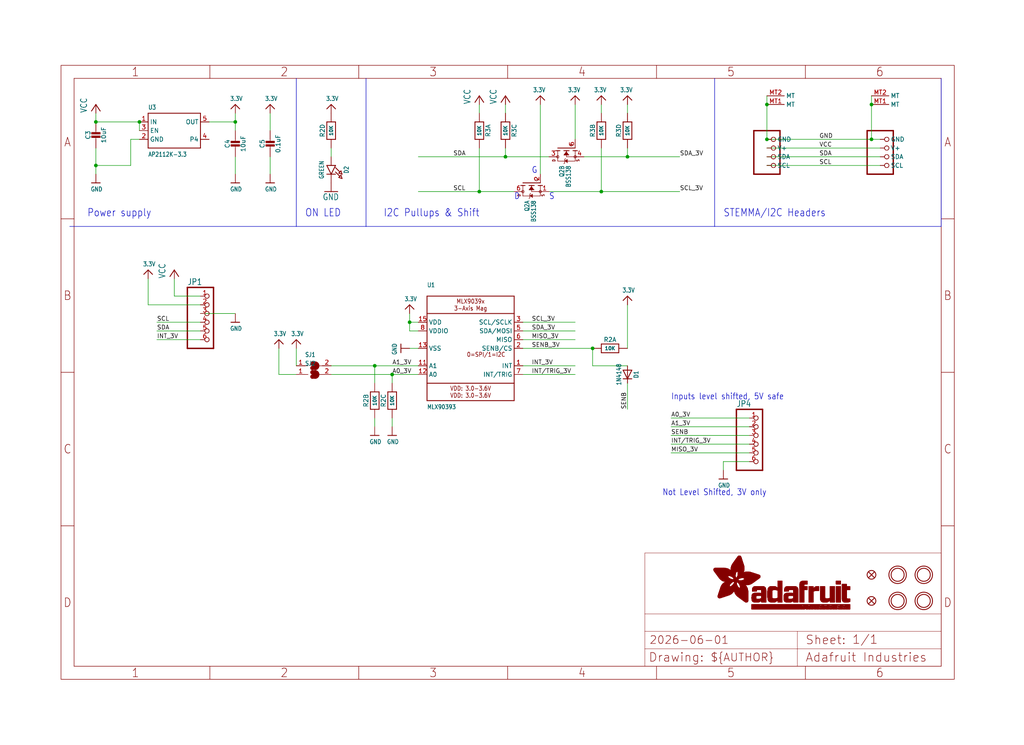
<source format=kicad_sch>
(kicad_sch (version 20230121) (generator eeschema)
  (paper "User" 298.45 217.322)
  (lib_symbols
    (symbol "working-eagle-import:3.3V" (power)
      (property "Value" "3.3V" (at -1.524 1.016 0))
      (symbol "3.3V_1_0"
        (pin power_in line (at 0 -2.54 90) (length 2.54) (name "3.3V") (number "1"))
      )
    )
    (symbol "working-eagle-import:CAP_CERAMIC0603_NO"
      (property "Reference" "C" (at -2.29 1.25 90))
      (symbol "CAP_CERAMIC0603_NO_1_0"
        (pin passive line (at 0 5.08 270) (length 2.54) (name "1") (number "1"))
        (pin passive line (at 0 -2.54 90) (length 2.54) (name "2") (number "2"))
      )
    )
    (symbol "working-eagle-import:CAP_CERAMIC0805-NOOUTLINE"
      (property "Reference" "C" (at -2.29 1.25 90))
      (symbol "CAP_CERAMIC0805-NOOUTLINE_1_0"
        (pin passive line (at 0 5.08 270) (length 2.54) (name "1") (number "1"))
        (pin passive line (at 0 -2.54 90) (length 2.54) (name "2") (number "2"))
      )
    )
    (symbol "working-eagle-import:DIODE_SOD323MINI"
      (property "Reference" "D" (at 0 2.54 0))
      (symbol "DIODE_SOD323MINI_1_0"
        (pin passive line (at -2.54 0 0) (length 2.54) (name "A") (number "A"))
        (pin passive line (at 2.54 0 180) (length 2.54) (name "C") (number "C"))
      )
    )
    (symbol "working-eagle-import:FIDUCIAL_1MM")
    (symbol "working-eagle-import:FRAME_A4_ADAFRUIT"
      (symbol "FRAME_A4_ADAFRUIT_1_0"
        (text "${#}/${##}" (at 230.505 10.16 0) (effects (font (size 2.54 2.54)) (justify left bottom)))
        (text "${AUTHOR}" (at 189.23 5.08 0) (effects (font (size 2.286 2.286)) (justify left bottom)))
        (text "${CURRENT_DATE}" (at 171.45 10.16 0) (effects (font (size 2.286 2.286)) (justify left bottom)))
        (text "${PROJECTNAME}" (at 171.45 15.24 0) (effects (font (size 2.54 2.54)) (justify left bottom)))
        (text "1" (at 21.6958 1.905 0) (effects (font (size 2.54 2.286))))
        (text "1" (at 21.6958 177.165 0) (effects (font (size 2.54 2.286))))
        (text "2" (at 65.0875 1.905 0) (effects (font (size 2.54 2.286))))
        (text "2" (at 65.0875 177.165 0) (effects (font (size 2.54 2.286))))
        (text "3" (at 108.4792 1.905 0) (effects (font (size 2.54 2.286))))
        (text "3" (at 108.4792 177.165 0) (effects (font (size 2.54 2.286))))
        (text "4" (at 151.8708 1.905 0) (effects (font (size 2.54 2.286))))
        (text "4" (at 151.8708 177.165 0) (effects (font (size 2.54 2.286))))
        (text "5" (at 195.2625 1.905 0) (effects (font (size 2.54 2.286))))
        (text "5" (at 195.2625 177.165 0) (effects (font (size 2.54 2.286))))
        (text "6" (at 238.6542 1.905 0) (effects (font (size 2.54 2.286))))
        (text "6" (at 238.6542 177.165 0) (effects (font (size 2.54 2.286))))
        (text "A" (at 1.905 156.6863 0) (effects (font (size 2.54 2.286))))
        (text "A" (at 258.445 156.6863 0) (effects (font (size 2.54 2.286))))
        (text "Adafruit Industries" (at 216.916 4.953 0) (effects (font (size 2.54 2.54)) (justify left bottom)))
        (text "B" (at 1.905 111.9188 0) (effects (font (size 2.54 2.286))))
        (text "B" (at 258.445 111.9188 0) (effects (font (size 2.54 2.286))))
        (text "C" (at 1.905 67.1513 0) (effects (font (size 2.54 2.286))))
        (text "C" (at 258.445 67.1513 0) (effects (font (size 2.54 2.286))))
        (text "D" (at 1.905 22.3838 0) (effects (font (size 2.54 2.286))))
        (text "D" (at 258.445 22.3838 0) (effects (font (size 2.54 2.286))))
        (text "Drawing:" (at 171.196 4.953 0) (effects (font (size 2.54 2.54)) (justify left bottom)))
        (text "Sheet:" (at 216.916 10.033 0) (effects (font (size 2.54 2.54)) (justify left bottom)))
      )
    )
    (symbol "working-eagle-import:GND" (power)
      (property "Value" "GND" (at -1.524 -2.54 0))
      (symbol "GND_1_0"
        (pin power_in line (at 0 2.54 270) (length 2.54) (name "GND") (number "1"))
      )
    )
    (symbol "working-eagle-import:HEADER-1X670MIL"
      (property "Reference" "JP" (at -6.35 10.795 0))
      (symbol "HEADER-1X670MIL_1_0"
        (pin passive inverted (at -2.54 7.62 0) (length 2.54) (name "1") (number "1"))
        (pin passive inverted (at -2.54 5.08 0) (length 2.54) (name "2") (number "2"))
        (pin passive inverted (at -2.54 2.54 0) (length 2.54) (name "3") (number "3"))
        (pin passive inverted (at -2.54 0 0) (length 2.54) (name "4") (number "4"))
        (pin passive inverted (at -2.54 -2.54 0) (length 2.54) (name "5") (number "5"))
        (pin passive inverted (at -2.54 -5.08 0) (length 2.54) (name "6") (number "6"))
      )
    )
    (symbol "working-eagle-import:LED0603_NOOUTLINE"
      (property "Reference" "D" (at -1.27 4.445 0))
      (symbol "LED0603_NOOUTLINE_1_0"
        (pin passive line (at -5.08 0 0) (length 2.54) (name "A") (number "A"))
        (pin passive line (at 2.54 0 180) (length 2.54) (name "C") (number "C"))
      )
    )
    (symbol "working-eagle-import:MLX90393"
      (property "Reference" "U" (at -12.7 17.78 0))
      (symbol "MLX90393_1_0"
        (text "0=SPI/1=I2C" (at 10.16 -2.54 0) (effects (font (size 1.27 1.0795)) (justify right bottom)))
        (text "MLX9039x\n3-Axis Mag" (at 0 12.7 0) (effects (font (size 1.27 1.0795))))
        (text "VDD: 3.0-3.6V\nVDD: 3.0-3.6V" (at 0 -12.7 0) (effects (font (size 1.27 1.0795))))
        (pin output line (at 15.24 -5.08 180) (length 2.54) (name "INT") (number "1"))
        (pin input line (at -15.24 -5.08 0) (length 2.54) (name "A1") (number "11"))
        (pin input line (at -15.24 -7.62 0) (length 2.54) (name "A0") (number "12"))
        (pin power_in line (at -15.24 0 0) (length 2.54) (name "VSS") (number "13"))
        (pin power_in line (at -15.24 7.62 0) (length 2.54) (name "VDD") (number "15"))
        (pin input line (at 15.24 0 180) (length 2.54) (name "SENB/CS") (number "2"))
        (pin input line (at 15.24 7.62 180) (length 2.54) (name "SCL/SCLK") (number "3"))
        (pin bidirectional line (at 15.24 5.08 180) (length 2.54) (name "SDA/MOSI") (number "5"))
        (pin output line (at 15.24 2.54 180) (length 2.54) (name "MISO") (number "6"))
        (pin bidirectional line (at 15.24 -7.62 180) (length 2.54) (name "INT/TRIG") (number "7"))
        (pin power_in line (at -15.24 5.08 0) (length 2.54) (name "VDDIO") (number "8"))
      )
    )
    (symbol "working-eagle-import:MOSFET-N_DUAL"
      (property "Reference" "Q" (at 5.08 0.635 0))
      (symbol "MOSFET-N_DUAL_1_0"
        (text "D" (at 3.175 3.175 0) (effects (font (size 0.8128 0.6908)) (justify left bottom)))
        (text "G" (at -1.27 -1.905 0) (effects (font (size 0.8128 0.6908)) (justify left bottom)))
        (text "S" (at 3.175 -3.81 0) (effects (font (size 0.8128 0.6908)) (justify left bottom)))
        (pin bidirectional line (at 2.54 -5.08 90) (length 2.54) (name "S") (number "1"))
        (pin bidirectional line (at -2.54 -2.54 0) (length 2.54) (name "G") (number "2"))
        (pin bidirectional line (at 2.54 5.08 270) (length 2.54) (name "D") (number "6"))
      )
      (symbol "MOSFET-N_DUAL_2_0"
        (text "D" (at 3.175 3.175 0) (effects (font (size 0.8128 0.6908)) (justify left bottom)))
        (text "G" (at -1.27 -1.905 0) (effects (font (size 0.8128 0.6908)) (justify left bottom)))
        (text "S" (at 3.175 -3.81 0) (effects (font (size 0.8128 0.6908)) (justify left bottom)))
        (pin bidirectional line (at 2.54 5.08 270) (length 2.54) (name "D") (number "3"))
        (pin bidirectional line (at 2.54 -5.08 90) (length 2.54) (name "S") (number "4"))
        (pin bidirectional line (at -2.54 -2.54 0) (length 2.54) (name "G") (number "5"))
      )
    )
    (symbol "working-eagle-import:MOUNTINGHOLE2.5")
    (symbol "working-eagle-import:RESISTOR_4PACK"
      (property "Reference" "R" (at 0 2.54 0))
      (symbol "RESISTOR_4PACK_1_0"
        (pin passive line (at -5.08 0 0) (length 2.54) (name "1") (number "1"))
        (pin passive line (at 5.08 0 180) (length 2.54) (name "2") (number "8"))
      )
      (symbol "RESISTOR_4PACK_2_0"
        (pin passive line (at -5.08 0 0) (length 2.54) (name "1") (number "2"))
        (pin passive line (at 5.08 0 180) (length 2.54) (name "2") (number "7"))
      )
      (symbol "RESISTOR_4PACK_3_0"
        (pin passive line (at -5.08 0 0) (length 2.54) (name "1") (number "3"))
        (pin passive line (at 5.08 0 180) (length 2.54) (name "2") (number "6"))
      )
      (symbol "RESISTOR_4PACK_4_0"
        (pin passive line (at -5.08 0 0) (length 2.54) (name "1") (number "4"))
        (pin passive line (at 5.08 0 180) (length 2.54) (name "2") (number "5"))
      )
    )
    (symbol "working-eagle-import:RESISTOR_4PACK_NO"
      (property "Reference" "R" (at 0 2.54 0))
      (symbol "RESISTOR_4PACK_NO_1_0"
        (pin passive line (at -5.08 0 0) (length 2.54) (name "1") (number "1"))
        (pin passive line (at 5.08 0 180) (length 2.54) (name "2") (number "8"))
      )
      (symbol "RESISTOR_4PACK_NO_2_0"
        (pin passive line (at -5.08 0 0) (length 2.54) (name "1") (number "2"))
        (pin passive line (at 5.08 0 180) (length 2.54) (name "2") (number "7"))
      )
      (symbol "RESISTOR_4PACK_NO_3_0"
        (pin passive line (at -5.08 0 0) (length 2.54) (name "1") (number "3"))
        (pin passive line (at 5.08 0 180) (length 2.54) (name "2") (number "6"))
      )
      (symbol "RESISTOR_4PACK_NO_4_0"
        (pin passive line (at -5.08 0 0) (length 2.54) (name "1") (number "4"))
        (pin passive line (at 5.08 0 180) (length 2.54) (name "2") (number "5"))
      )
    )
    (symbol "working-eagle-import:SOLDERJUMPER"
      (property "Reference" "SJ" (at -2.54 2.54 0))
      (symbol "SOLDERJUMPER_1_0"
        (pin passive line (at -5.08 0 0) (length 2.54) (name "1") (number "1"))
        (pin passive line (at 5.08 0 180) (length 2.54) (name "2") (number "2"))
      )
    )
    (symbol "working-eagle-import:STEMMA_I2C_QT"
      (symbol "STEMMA_I2C_QT_1_0"
        (pin passive inverted (at 0 5.08 0) (length 2.54) (name "GND") (number "1"))
        (pin passive inverted (at 0 2.54 0) (length 2.54) (name "V+") (number "2"))
        (pin passive inverted (at 0 0 0) (length 2.54) (name "SDA") (number "3"))
        (pin passive inverted (at 0 -2.54 0) (length 2.54) (name "SCL") (number "4"))
      )
      (symbol "STEMMA_I2C_QT_2_0"
        (pin bidirectional line (at 0 0 0) (length 5.08) (name "MT") (number "MT1"))
      )
      (symbol "STEMMA_I2C_QT_3_0"
        (pin bidirectional line (at 0 0 0) (length 5.08) (name "MT") (number "MT2"))
      )
    )
    (symbol "working-eagle-import:VCC" (power)
      (property "Value" "VCC" (at -2.54 -2.54 90))
      (symbol "VCC_1_0"
        (pin power_in line (at 0 -2.54 90) (length 2.54) (name "VCC") (number "1"))
      )
    )
    (symbol "working-eagle-import:VREG_SOT23-5"
      (property "Reference" "U" (at -7.62 6.096 0))
      (symbol "VREG_SOT23-5_1_0"
        (pin power_in line (at -10.16 2.54 0) (length 2.54) (name "IN") (number "1"))
        (pin power_in line (at -10.16 -2.54 0) (length 2.54) (name "GND") (number "2"))
        (pin input line (at -10.16 0 0) (length 2.54) (name "EN") (number "3"))
        (pin bidirectional line (at 10.16 -2.54 180) (length 2.54) (name "P4") (number "4"))
        (pin power_in line (at 10.16 2.54 180) (length 2.54) (name "OUT") (number "5"))
      )
    )
    (symbol "working-eagle-import:supply1_GND" (power)
      (property "Value" "supply1_GND" (at -2.54 -2.54 0))
      (symbol "supply1_GND_1_0"
        (pin power_in line (at 0 2.54 270) (length 2.54) (name "GND") (number "1"))
      )
    )
  )
  (junction (at 175.26 55.88))
  (junction (at 182.88 45.72))
  (junction (at 114.3 109.22))
  (junction (at 119.38 93.98))
  (junction (at 27.94 35.56))
  (junction (at 254 30.48))
  (junction (at 40.64 35.56))
  (junction (at 27.94 48.26))
  (junction (at 68.58 35.56))
  (junction (at 223.52 40.64))
  (junction (at 147.32 45.72))
  (junction (at 223.52 30.48))
  (junction (at 254 40.64))
  (junction (at 139.7 55.88))
  (junction (at 172.72 101.6))
  (junction (at 109.22 106.68))
  (wire (pts (xy 223.52 43.18) (xy 256.54 43.18)) (stroke (width 0.1524)))
  (wire (pts (xy 182.88 101.6) (xy 182.88 88.9)) (stroke (width 0.1524)))
  (wire (pts (xy 256.54 45.72) (xy 223.52 45.72)) (stroke (width 0.1524)))
  (polyline (pts (xy 86.36 22.86) (xy 86.36 66.04)) (stroke (width 0.1524) (type solid)))
  (wire (pts (xy 58.42 91.44) (xy 68.58 91.44)) (stroke (width 0.1524)))
  (wire (pts (xy 27.94 48.26) (xy 27.94 43.18)) (stroke (width 0.1524)))
  (wire (pts (xy 27.94 33.02) (xy 27.94 35.56)) (stroke (width 0.1524)))
  (wire (pts (xy 58.42 86.36) (xy 50.8 86.36)) (stroke (width 0.1524)))
  (wire (pts (xy 109.22 106.68) (xy 96.52 106.68)) (stroke (width 0.1524)))
  (wire (pts (xy 182.88 111.76) (xy 182.88 119.38)) (stroke (width 0.1524)))
  (wire (pts (xy 195.58 124.46) (xy 218.44 124.46)) (stroke (width 0.1524)))
  (wire (pts (xy 152.4 93.98) (xy 167.64 93.98)) (stroke (width 0.1524)))
  (wire (pts (xy 152.4 99.06) (xy 167.64 99.06)) (stroke (width 0.1524)))
  (wire (pts (xy 81.28 109.22) (xy 81.28 101.6)) (stroke (width 0.1524)))
  (wire (pts (xy 78.74 33.02) (xy 78.74 38.1)) (stroke (width 0.1524)))
  (polyline (pts (xy 86.36 66.04) (xy 106.68 66.04)) (stroke (width 0.1524) (type solid)))
  (wire (pts (xy 121.92 109.22) (xy 114.3 109.22)) (stroke (width 0.1524)))
  (wire (pts (xy 40.64 35.56) (xy 27.94 35.56)) (stroke (width 0.1524)))
  (wire (pts (xy 167.64 40.64) (xy 167.64 30.48)) (stroke (width 0.1524)))
  (wire (pts (xy 121.92 93.98) (xy 119.38 93.98)) (stroke (width 0.1524)))
  (wire (pts (xy 172.72 106.68) (xy 182.88 106.68)) (stroke (width 0.1524)))
  (wire (pts (xy 38.1 40.64) (xy 38.1 48.26)) (stroke (width 0.1524)))
  (wire (pts (xy 96.52 45.72) (xy 96.52 43.18)) (stroke (width 0.1524)))
  (wire (pts (xy 68.58 35.56) (xy 68.58 33.02)) (stroke (width 0.1524)))
  (wire (pts (xy 256.54 40.64) (xy 254 40.64)) (stroke (width 0.1524)))
  (wire (pts (xy 170.18 45.72) (xy 182.88 45.72)) (stroke (width 0.1524)))
  (wire (pts (xy 119.38 96.52) (xy 119.38 93.98)) (stroke (width 0.1524)))
  (wire (pts (xy 139.7 43.18) (xy 139.7 55.88)) (stroke (width 0.1524)))
  (wire (pts (xy 40.64 38.1) (xy 40.64 35.56)) (stroke (width 0.1524)))
  (wire (pts (xy 175.26 43.18) (xy 175.26 55.88)) (stroke (width 0.1524)))
  (wire (pts (xy 68.58 45.72) (xy 68.58 50.8)) (stroke (width 0.1524)))
  (wire (pts (xy 152.4 101.6) (xy 172.72 101.6)) (stroke (width 0.1524)))
  (polyline (pts (xy 208.28 22.86) (xy 208.28 66.04)) (stroke (width 0.1524) (type solid)))
  (wire (pts (xy 254 40.64) (xy 223.52 40.64)) (stroke (width 0.1524)))
  (wire (pts (xy 223.52 48.26) (xy 256.54 48.26)) (stroke (width 0.1524)))
  (wire (pts (xy 114.3 109.22) (xy 114.3 111.76)) (stroke (width 0.1524)))
  (wire (pts (xy 58.42 96.52) (xy 45.72 96.52)) (stroke (width 0.1524)))
  (wire (pts (xy 152.4 106.68) (xy 167.64 106.68)) (stroke (width 0.1524)))
  (wire (pts (xy 160.02 45.72) (xy 147.32 45.72)) (stroke (width 0.1524)))
  (wire (pts (xy 27.94 48.26) (xy 27.94 50.8)) (stroke (width 0.1524)))
  (wire (pts (xy 86.36 101.6) (xy 86.36 106.68)) (stroke (width 0.1524)))
  (wire (pts (xy 195.58 132.08) (xy 218.44 132.08)) (stroke (width 0.1524)))
  (wire (pts (xy 147.32 43.18) (xy 147.32 45.72)) (stroke (width 0.1524)))
  (wire (pts (xy 58.42 93.98) (xy 45.72 93.98)) (stroke (width 0.1524)))
  (wire (pts (xy 43.18 88.9) (xy 43.18 81.28)) (stroke (width 0.1524)))
  (wire (pts (xy 60.96 35.56) (xy 68.58 35.56)) (stroke (width 0.1524)))
  (wire (pts (xy 223.52 30.48) (xy 223.52 40.64)) (stroke (width 0.1524)))
  (wire (pts (xy 139.7 55.88) (xy 121.92 55.88)) (stroke (width 0.1524)))
  (wire (pts (xy 78.74 45.72) (xy 78.74 50.8)) (stroke (width 0.1524)))
  (wire (pts (xy 195.58 129.54) (xy 218.44 129.54)) (stroke (width 0.1524)))
  (wire (pts (xy 149.86 55.88) (xy 139.7 55.88)) (stroke (width 0.1524)))
  (wire (pts (xy 254 30.48) (xy 254 40.64)) (stroke (width 0.1524)))
  (wire (pts (xy 139.7 30.48) (xy 139.7 33.02)) (stroke (width 0.1524)))
  (wire (pts (xy 152.4 109.22) (xy 167.64 109.22)) (stroke (width 0.1524)))
  (wire (pts (xy 147.32 45.72) (xy 121.92 45.72)) (stroke (width 0.1524)))
  (wire (pts (xy 254 27.94) (xy 254 30.48)) (stroke (width 0.1524)))
  (wire (pts (xy 50.8 86.36) (xy 50.8 81.28)) (stroke (width 0.1524)))
  (polyline (pts (xy 106.68 66.04) (xy 208.28 66.04)) (stroke (width 0.1524) (type solid)))
  (wire (pts (xy 175.26 55.88) (xy 198.12 55.88)) (stroke (width 0.1524)))
  (wire (pts (xy 121.92 101.6) (xy 119.38 101.6)) (stroke (width 0.1524)))
  (polyline (pts (xy 20.32 66.04) (xy 86.36 66.04)) (stroke (width 0.1524) (type solid)))
  (polyline (pts (xy 106.68 22.86) (xy 106.68 66.04)) (stroke (width 0.1524) (type solid)))
  (wire (pts (xy 175.26 33.02) (xy 175.26 30.48)) (stroke (width 0.1524)))
  (wire (pts (xy 121.92 106.68) (xy 109.22 106.68)) (stroke (width 0.1524)))
  (wire (pts (xy 147.32 33.02) (xy 147.32 30.48)) (stroke (width 0.1524)))
  (wire (pts (xy 109.22 106.68) (xy 109.22 111.76)) (stroke (width 0.1524)))
  (wire (pts (xy 218.44 134.62) (xy 210.82 134.62)) (stroke (width 0.1524)))
  (wire (pts (xy 119.38 93.98) (xy 119.38 91.44)) (stroke (width 0.1524)))
  (wire (pts (xy 121.92 96.52) (xy 119.38 96.52)) (stroke (width 0.1524)))
  (polyline (pts (xy 274.32 22.86) (xy 274.32 66.04)) (stroke (width 0.1524) (type solid)))
  (wire (pts (xy 210.82 134.62) (xy 210.82 137.16)) (stroke (width 0.1524)))
  (wire (pts (xy 114.3 121.92) (xy 114.3 124.46)) (stroke (width 0.1524)))
  (wire (pts (xy 160.02 55.88) (xy 175.26 55.88)) (stroke (width 0.1524)))
  (wire (pts (xy 223.52 27.94) (xy 223.52 30.48)) (stroke (width 0.1524)))
  (wire (pts (xy 172.72 101.6) (xy 172.72 106.68)) (stroke (width 0.1524)))
  (wire (pts (xy 157.48 50.8) (xy 157.48 30.48)) (stroke (width 0.1524)))
  (wire (pts (xy 182.88 33.02) (xy 182.88 30.48)) (stroke (width 0.1524)))
  (wire (pts (xy 38.1 48.26) (xy 27.94 48.26)) (stroke (width 0.1524)))
  (polyline (pts (xy 208.28 66.04) (xy 274.32 66.04)) (stroke (width 0.1524) (type solid)))
  (wire (pts (xy 182.88 43.18) (xy 182.88 45.72)) (stroke (width 0.1524)))
  (wire (pts (xy 152.4 96.52) (xy 167.64 96.52)) (stroke (width 0.1524)))
  (wire (pts (xy 58.42 88.9) (xy 43.18 88.9)) (stroke (width 0.1524)))
  (wire (pts (xy 218.44 121.92) (xy 195.58 121.92)) (stroke (width 0.1524)))
  (wire (pts (xy 86.36 109.22) (xy 81.28 109.22)) (stroke (width 0.1524)))
  (wire (pts (xy 58.42 99.06) (xy 45.72 99.06)) (stroke (width 0.1524)))
  (wire (pts (xy 68.58 35.56) (xy 68.58 38.1)) (stroke (width 0.1524)))
  (wire (pts (xy 182.88 45.72) (xy 198.12 45.72)) (stroke (width 0.1524)))
  (wire (pts (xy 195.58 127) (xy 218.44 127)) (stroke (width 0.1524)))
  (wire (pts (xy 40.64 40.64) (xy 38.1 40.64)) (stroke (width 0.1524)))
  (wire (pts (xy 114.3 109.22) (xy 96.52 109.22)) (stroke (width 0.1524)))
  (wire (pts (xy 109.22 121.92) (xy 109.22 124.46)) (stroke (width 0.1524)))
  (text "I2C Pullups & Shift" (at 111.76 63.5 0) (effects (font (size 2.1844 1.8567)) (justify left bottom)))
  (text "Inputs level shifted, 5V safe~{}" (at 195.58 116.84 0) (effects (font (size 1.778 1.5113)) (justify left bottom)))
  (text "STEMMA/I2C Headers" (at 210.82 63.5 0) (effects (font (size 2.1844 1.8567)) (justify left bottom)))
  (text "Not Level Shifted, 3V only~{}" (at 193.04 144.78 0) (effects (font (size 1.778 1.5113)) (justify left bottom)))
  (text "Power supply" (at 25.4 63.5 0) (effects (font (size 2.1844 1.8567)) (justify left bottom)))
  (text "ON LED" (at 88.9 63.5 0) (effects (font (size 2.1844 1.8567)) (justify left bottom)))
  (text "G" (at 154.94 50.8 0) (effects (font (size 1.778 1.5113)) (justify left bottom)))
  (text "S" (at 160.02 58.42 0) (effects (font (size 1.778 1.5113)) (justify left bottom)))
  (text "D" (at 149.86 58.42 0) (effects (font (size 1.778 1.5113)) (justify left bottom)))
  (label "SDA_3V" (at 198.12 45.72 0) (effects (font (size 1.2446 1.2446))))
  (label "INT/TRIG_3V" (at 195.58 129.54 0) (effects (font (size 1.2446 1.2446))))
  (label "VCC" (at 238.76 43.18 0) (effects (font (size 1.2446 1.2446))))
  (label "A1_3V" (at 195.58 124.46 0) (effects (font (size 1.2446 1.2446))))
  (label "INT_3V" (at 154.94 106.68 0) (effects (font (size 1.2446 1.2446))))
  (label "SDA" (at 45.72 96.52 0) (effects (font (size 1.2446 1.2446))))
  (label "SENB" (at 195.58 127 0) (effects (font (size 1.2446 1.2446))))
  (label "MISO_3V" (at 195.58 132.08 0) (effects (font (size 1.2446 1.2446))))
  (label "SCL_3V" (at 198.12 55.88 0) (effects (font (size 1.2446 1.2446))))
  (label "SENB_3V" (at 154.94 101.6 0) (effects (font (size 1.2446 1.2446))))
  (label "SDA" (at 238.76 45.72 0) (effects (font (size 1.2446 1.2446))))
  (label "SCL" (at 45.72 93.98 0) (effects (font (size 1.2446 1.2446))))
  (label "SCL" (at 238.76 48.26 0) (effects (font (size 1.2446 1.2446))))
  (label "INT/TRIG_3V" (at 154.94 109.22 0) (effects (font (size 1.2446 1.2446))))
  (label "SDA" (at 132.08 45.72 0) (effects (font (size 1.2446 1.2446))))
  (label "MISO_3V" (at 154.94 99.06 0) (effects (font (size 1.2446 1.2446))))
  (label "A1_3V" (at 114.3 106.68 0) (effects (font (size 1.2446 1.2446))))
  (label "GND" (at 238.76 40.64 0) (effects (font (size 1.2446 1.2446))))
  (label "SCL" (at 132.08 55.88 0) (effects (font (size 1.2446 1.2446))))
  (label "A0_3V" (at 114.3 109.22 0) (effects (font (size 1.2446 1.2446))))
  (label "SDA_3V" (at 154.94 96.52 0) (effects (font (size 1.2446 1.2446))))
  (label "A0_3V" (at 195.58 121.92 0) (effects (font (size 1.2446 1.2446))))
  (label "SENB" (at 182.88 119.38 90) (effects (font (size 1.2446 1.2446))))
  (label "INT_3V" (at 45.72 99.06 0) (effects (font (size 1.2446 1.2446))))
  (label "SCL_3V" (at 154.94 93.98 0) (effects (font (size 1.2446 1.2446))))
  (symbol (lib_id "working-eagle-import:MLX90393") (at 137.16 101.6 0) (unit 1)
    (property "Reference" "U1" (at 124.46 83.82 0) (effects (font (size 1.27 1.0795)) (justify left bottom)))
    (property "Value" "MLX90393" (at 124.46 119.38 0) (effects (font (size 1.27 1.0795)) (justify left bottom)))
    (property "Footprint" "working:QFN16_3MM" (effects hide))
  )
  (symbol (lib_id "working-eagle-import:STEMMA_I2C_QT") (at 254 27.94 0) (unit 3)
    (property "Reference" "CONN4" (effects hide))
    (property "Value" "STEMMA_I2C_QT" (effects hide))
    (property "Footprint" "working:JST_SH4" (effects hide))
  )
  (symbol (lib_id "working-eagle-import:VCC") (at 147.32 27.94 0) (unit 1)
    (property "Reference" "#P+2" (effects hide))
    (property "Value" "VCC" (at 144.78 30.48 90) (effects (font (size 1.778 1.5113)) (justify left bottom)))
  )
  (symbol (lib_id "working-eagle-import:CAP_CERAMIC0805-NOOUTLINE") (at 68.58 43.18 0) (unit 1)
    (property "Reference" "C4" (at 66.29 41.93 90))
    (property "Value" "10uF" (at 70.88 41.93 90))
    (property "Footprint" "working:0805-NO" (effects hide))
  )
  (symbol (lib_id "working-eagle-import:3.3V") (at 167.64 27.94 0) (mirror y) (unit 1)
    (property "Reference" "#U$31" (effects hide))
    (property "Value" "3.3V" (at 169.164 26.924 0) (effects (font (size 1.27 1.0795)) (justify left bottom)))
  )
  (symbol (lib_id "working-eagle-import:SOLDERJUMPER") (at 91.44 109.22 0) (unit 1)
    (property "Reference" "SJ2" (at 88.9 106.68 0) (effects (font (size 1.27 1.0795)) (justify left bottom)))
    (property "Value" "SOLDERJUMPER" (effects hide))
    (property "Footprint" "working:SOLDERJUMPER_ARROW_NOPASTE" (effects hide))
  )
  (symbol (lib_id "working-eagle-import:FIDUCIAL_1MM") (at 254 167.64 0) (unit 1)
    (property "Reference" "FID4" (effects hide))
    (property "Value" "FIDUCIAL_1MM" (effects hide))
    (property "Footprint" "working:FIDUCIAL_1MM" (effects hide))
  )
  (symbol (lib_id "working-eagle-import:GND") (at 109.22 127 0) (unit 1)
    (property "Reference" "#U$2" (effects hide))
    (property "Value" "GND" (at 107.696 129.54 0) (effects (font (size 1.27 1.0795)) (justify left bottom)))
  )
  (symbol (lib_id "working-eagle-import:3.3V") (at 78.74 30.48 0) (unit 1)
    (property "Reference" "#U$26" (effects hide))
    (property "Value" "3.3V" (at 77.216 29.464 0) (effects (font (size 1.27 1.0795)) (justify left bottom)))
  )
  (symbol (lib_id "working-eagle-import:VCC") (at 27.94 30.48 0) (unit 1)
    (property "Reference" "#P+3" (effects hide))
    (property "Value" "VCC" (at 25.4 33.02 90) (effects (font (size 1.778 1.5113)) (justify left bottom)))
  )
  (symbol (lib_id "working-eagle-import:GND") (at 210.82 139.7 0) (unit 1)
    (property "Reference" "#U$15" (effects hide))
    (property "Value" "GND" (at 209.296 142.24 0) (effects (font (size 1.27 1.0795)) (justify left bottom)))
  )
  (symbol (lib_id "working-eagle-import:VCC") (at 50.8 78.74 0) (unit 1)
    (property "Reference" "#P+4" (effects hide))
    (property "Value" "VCC" (at 48.26 81.28 90) (effects (font (size 1.778 1.5113)) (justify left bottom)))
  )
  (symbol (lib_id "working-eagle-import:MOSFET-N_DUAL") (at 165.1 43.18 90) (mirror x) (unit 2)
    (property "Reference" "Q2" (at 164.465 48.26 0) (effects (font (size 1.27 1.0795)) (justify left bottom)))
    (property "Value" "BSS138" (at 166.37 48.26 0) (effects (font (size 1.27 1.0795)) (justify left bottom)))
    (property "Footprint" "working:SOT363" (effects hide))
  )
  (symbol (lib_id "working-eagle-import:GND") (at 116.84 101.6 270) (unit 1)
    (property "Reference" "#U$6" (effects hide))
    (property "Value" "GND" (at 114.3 100.076 0) (effects (font (size 1.27 1.0795)) (justify left bottom)))
  )
  (symbol (lib_id "working-eagle-import:GND") (at 68.58 93.98 0) (unit 1)
    (property "Reference" "#U$25" (effects hide))
    (property "Value" "GND" (at 67.056 96.52 0) (effects (font (size 1.27 1.0795)) (justify left bottom)))
  )
  (symbol (lib_id "working-eagle-import:RESISTOR_4PACK_NO") (at 177.8 101.6 0) (unit 1)
    (property "Reference" "R2" (at 177.8 99.06 0))
    (property "Value" "10K" (at 177.8 101.6 0) (effects (font (size 1.016 1.016) bold)))
    (property "Footprint" "working:RESPACK_4X0603_NO" (effects hide))
  )
  (symbol (lib_id "working-eagle-import:3.3V") (at 68.58 30.48 0) (unit 1)
    (property "Reference" "#U$27" (effects hide))
    (property "Value" "3.3V" (at 67.056 29.464 0) (effects (font (size 1.27 1.0795)) (justify left bottom)))
  )
  (symbol (lib_id "working-eagle-import:VREG_SOT23-5") (at 50.8 38.1 0) (unit 1)
    (property "Reference" "U3" (at 43.18 32.004 0) (effects (font (size 1.27 1.0795)) (justify left bottom)))
    (property "Value" "AP2112K-3.3" (at 43.18 45.72 0) (effects (font (size 1.27 1.0795)) (justify left bottom)))
    (property "Footprint" "working:SOT23-5" (effects hide))
  )
  (symbol (lib_id "working-eagle-import:RESISTOR_4PACK_NO") (at 96.52 38.1 90) (unit 4)
    (property "Reference" "R2" (at 93.98 38.1 0))
    (property "Value" "10K" (at 96.52 38.1 0) (effects (font (size 1.016 1.016) bold)))
    (property "Footprint" "working:RESPACK_4X0603_NO" (effects hide))
  )
  (symbol (lib_id "working-eagle-import:FIDUCIAL_1MM") (at 254 175.26 0) (unit 1)
    (property "Reference" "FID2" (effects hide))
    (property "Value" "FIDUCIAL_1MM" (effects hide))
    (property "Footprint" "working:FIDUCIAL_1MM" (effects hide))
  )
  (symbol (lib_id "working-eagle-import:STEMMA_I2C_QT") (at 223.52 30.48 0) (unit 2)
    (property "Reference" "CONN3" (effects hide))
    (property "Value" "STEMMA_I2C_QT" (effects hide))
    (property "Footprint" "working:JST_SH4" (effects hide))
  )
  (symbol (lib_id "working-eagle-import:RESISTOR_4PACK") (at 147.32 38.1 270) (unit 3)
    (property "Reference" "R3" (at 149.86 38.1 0))
    (property "Value" "10K" (at 147.32 38.1 0) (effects (font (size 1.016 1.016) bold)))
    (property "Footprint" "working:RESPACK_4X0603" (effects hide))
  )
  (symbol (lib_id "working-eagle-import:3.3V") (at 182.88 27.94 0) (mirror y) (unit 1)
    (property "Reference" "#U$28" (effects hide))
    (property "Value" "3.3V" (at 184.404 26.924 0) (effects (font (size 1.27 1.0795)) (justify left bottom)))
  )
  (symbol (lib_id "working-eagle-import:RESISTOR_4PACK_NO") (at 114.3 116.84 90) (unit 3)
    (property "Reference" "R2" (at 111.76 116.84 0))
    (property "Value" "10K" (at 114.3 116.84 0) (effects (font (size 1.016 1.016) bold)))
    (property "Footprint" "working:RESPACK_4X0603_NO" (effects hide))
  )
  (symbol (lib_id "working-eagle-import:MOUNTINGHOLE2.5") (at 269.24 175.26 0) (unit 1)
    (property "Reference" "U$37" (effects hide))
    (property "Value" "MOUNTINGHOLE2.5" (effects hide))
    (property "Footprint" "working:MOUNTINGHOLE_2.5_PLATED" (effects hide))
  )
  (symbol (lib_id "working-eagle-import:LED0603_NOOUTLINE") (at 96.52 50.8 270) (unit 1)
    (property "Reference" "D2" (at 100.965 49.53 0) (effects (font (size 1.27 1.0795))))
    (property "Value" "GREEN" (at 93.726 49.53 0) (effects (font (size 1.27 1.0795))))
    (property "Footprint" "working:CHIPLED_0603_NOOUTLINE" (effects hide))
  )
  (symbol (lib_id "working-eagle-import:STEMMA_I2C_QT") (at 254 30.48 0) (unit 2)
    (property "Reference" "CONN4" (effects hide))
    (property "Value" "STEMMA_I2C_QT" (effects hide))
    (property "Footprint" "working:JST_SH4" (effects hide))
  )
  (symbol (lib_id "working-eagle-import:RESISTOR_4PACK") (at 182.88 38.1 90) (mirror x) (unit 4)
    (property "Reference" "R3" (at 180.34 38.1 0))
    (property "Value" "10K" (at 182.88 38.1 0) (effects (font (size 1.016 1.016) bold)))
    (property "Footprint" "working:RESPACK_4X0603" (effects hide))
  )
  (symbol (lib_id "working-eagle-import:GND") (at 27.94 53.34 0) (unit 1)
    (property "Reference" "#U$20" (effects hide))
    (property "Value" "GND" (at 26.416 55.88 0) (effects (font (size 1.27 1.0795)) (justify left bottom)))
  )
  (symbol (lib_id "working-eagle-import:3.3V") (at 157.48 27.94 0) (mirror y) (unit 1)
    (property "Reference" "#U$30" (effects hide))
    (property "Value" "3.3V" (at 159.004 26.924 0) (effects (font (size 1.27 1.0795)) (justify left bottom)))
  )
  (symbol (lib_id "working-eagle-import:3.3V") (at 96.52 30.48 0) (unit 1)
    (property "Reference" "#U$38" (effects hide))
    (property "Value" "3.3V" (at 94.996 29.464 0) (effects (font (size 1.27 1.0795)) (justify left bottom)))
  )
  (symbol (lib_id "working-eagle-import:MOUNTINGHOLE2.5") (at 261.62 175.26 0) (unit 1)
    (property "Reference" "U$33" (effects hide))
    (property "Value" "MOUNTINGHOLE2.5" (effects hide))
    (property "Footprint" "working:MOUNTINGHOLE_2.5_PLATED" (effects hide))
  )
  (symbol (lib_id "working-eagle-import:GND") (at 68.58 53.34 0) (unit 1)
    (property "Reference" "#U$22" (effects hide))
    (property "Value" "GND" (at 67.056 55.88 0) (effects (font (size 1.27 1.0795)) (justify left bottom)))
  )
  (symbol (lib_id "working-eagle-import:FRAME_A4_ADAFRUIT") (at 17.78 198.12 0) (unit 1)
    (property "Reference" "#U$35" (effects hide))
    (property "Value" "FRAME_A4_ADAFRUIT" (effects hide))
  )
  (symbol (lib_id "working-eagle-import:3.3V") (at 119.38 88.9 0) (unit 1)
    (property "Reference" "#U$5" (effects hide))
    (property "Value" "3.3V" (at 117.856 87.884 0) (effects (font (size 1.27 1.0795)) (justify left bottom)))
  )
  (symbol (lib_id "working-eagle-import:MOUNTINGHOLE2.5") (at 269.24 167.64 0) (unit 1)
    (property "Reference" "U$36" (effects hide))
    (property "Value" "MOUNTINGHOLE2.5" (effects hide))
    (property "Footprint" "working:MOUNTINGHOLE_2.5_PLATED" (effects hide))
  )
  (symbol (lib_id "working-eagle-import:MOSFET-N_DUAL") (at 154.94 53.34 90) (mirror x) (unit 1)
    (property "Reference" "Q2" (at 154.305 58.42 0) (effects (font (size 1.27 1.0795)) (justify left bottom)))
    (property "Value" "BSS138" (at 156.21 58.42 0) (effects (font (size 1.27 1.0795)) (justify left bottom)))
    (property "Footprint" "working:SOT363" (effects hide))
  )
  (symbol (lib_id "working-eagle-import:RESISTOR_4PACK") (at 175.26 38.1 90) (mirror x) (unit 2)
    (property "Reference" "R3" (at 172.72 38.1 0))
    (property "Value" "10K" (at 175.26 38.1 0) (effects (font (size 1.016 1.016) bold)))
    (property "Footprint" "working:RESPACK_4X0603" (effects hide))
  )
  (symbol (lib_id "working-eagle-import:STEMMA_I2C_QT") (at 223.52 45.72 0) (unit 1)
    (property "Reference" "CONN3" (effects hide))
    (property "Value" "STEMMA_I2C_QT" (effects hide))
    (property "Footprint" "working:JST_SH4" (effects hide))
  )
  (symbol (lib_id "working-eagle-import:CAP_CERAMIC0603_NO") (at 78.74 43.18 0) (unit 1)
    (property "Reference" "C5" (at 76.45 41.93 90))
    (property "Value" "0.1uF" (at 81.04 41.93 90))
    (property "Footprint" "working:0603-NO" (effects hide))
  )
  (symbol (lib_id "working-eagle-import:GND") (at 114.3 127 0) (unit 1)
    (property "Reference" "#U$1" (effects hide))
    (property "Value" "GND" (at 112.776 129.54 0) (effects (font (size 1.27 1.0795)) (justify left bottom)))
  )
  (symbol (lib_id "working-eagle-import:RESISTOR_4PACK") (at 139.7 38.1 270) (unit 1)
    (property "Reference" "R3" (at 142.24 38.1 0))
    (property "Value" "10K" (at 139.7 38.1 0) (effects (font (size 1.016 1.016) bold)))
    (property "Footprint" "working:RESPACK_4X0603" (effects hide))
  )
  (symbol (lib_id "working-eagle-import:3.3V") (at 175.26 27.94 0) (mirror y) (unit 1)
    (property "Reference" "#U$29" (effects hide))
    (property "Value" "3.3V" (at 176.784 26.924 0) (effects (font (size 1.27 1.0795)) (justify left bottom)))
  )
  (symbol (lib_id "working-eagle-import:MOUNTINGHOLE2.5") (at 261.62 167.64 0) (unit 1)
    (property "Reference" "U$34" (effects hide))
    (property "Value" "MOUNTINGHOLE2.5" (effects hide))
    (property "Footprint" "working:MOUNTINGHOLE_2.5_PLATED" (effects hide))
  )
  (symbol (lib_id "working-eagle-import:3.3V") (at 43.18 78.74 0) (unit 1)
    (property "Reference" "#U$32" (effects hide))
    (property "Value" "3.3V" (at 41.656 77.724 0) (effects (font (size 1.27 1.0795)) (justify left bottom)))
  )
  (symbol (lib_id "working-eagle-import:3.3V") (at 86.36 99.06 0) (unit 1)
    (property "Reference" "#U$3" (effects hide))
    (property "Value" "3.3V" (at 84.836 98.044 0) (effects (font (size 1.27 1.0795)) (justify left bottom)))
  )
  (symbol (lib_id "working-eagle-import:VCC") (at 139.7 27.94 0) (unit 1)
    (property "Reference" "#P+1" (effects hide))
    (property "Value" "VCC" (at 137.16 30.48 90) (effects (font (size 1.778 1.5113)) (justify left bottom)))
  )
  (symbol (lib_id "working-eagle-import:CAP_CERAMIC0805-NOOUTLINE") (at 27.94 40.64 0) (unit 1)
    (property "Reference" "C3" (at 25.65 39.39 90))
    (property "Value" "10uF" (at 30.24 39.39 90))
    (property "Footprint" "working:0805-NO" (effects hide))
  )
  (symbol (lib_id "working-eagle-import:RESISTOR_4PACK_NO") (at 109.22 116.84 90) (unit 2)
    (property "Reference" "R2" (at 106.68 116.84 0))
    (property "Value" "10K" (at 109.22 116.84 0) (effects (font (size 1.016 1.016) bold)))
    (property "Footprint" "working:RESPACK_4X0603_NO" (effects hide))
  )
  (symbol (lib_id "working-eagle-import:STEMMA_I2C_QT") (at 256.54 45.72 0) (unit 1)
    (property "Reference" "CONN4" (effects hide))
    (property "Value" "STEMMA_I2C_QT" (effects hide))
    (property "Footprint" "working:JST_SH4" (effects hide))
  )
  (symbol (lib_id "working-eagle-import:DIODE_SOD323MINI") (at 182.88 109.22 270) (unit 1)
    (property "Reference" "D1" (at 185.42 109.22 0) (effects (font (size 1.27 1.0795))))
    (property "Value" "1N4148" (at 180.38 109.22 0) (effects (font (size 1.27 1.0795))))
    (property "Footprint" "working:SOD-323_MINI" (effects hide))
  )
  (symbol (lib_id "working-eagle-import:HEADER-1X670MIL") (at 60.96 93.98 0) (unit 1)
    (property "Reference" "JP1" (at 54.61 83.185 0) (effects (font (size 1.778 1.5113)) (justify left bottom)))
    (property "Value" "HEADER-1X670MIL" (effects hide))
    (property "Footprint" "working:1X06_ROUND_70" (effects hide))
  )
  (symbol (lib_id "working-eagle-import:3.3V") (at 182.88 86.36 0) (unit 1)
    (property "Reference" "#U$4" (effects hide))
    (property "Value" "3.3V" (at 181.356 85.344 0) (effects (font (size 1.27 1.0795)) (justify left bottom)))
  )
  (symbol (lib_id "working-eagle-import:3.3V") (at 81.28 99.06 0) (unit 1)
    (property "Reference" "#U$7" (effects hide))
    (property "Value" "3.3V" (at 79.756 98.044 0) (effects (font (size 1.27 1.0795)) (justify left bottom)))
  )
  (symbol (lib_id "working-eagle-import:HEADER-1X670MIL") (at 220.98 129.54 0) (unit 1)
    (property "Reference" "JP4" (at 214.63 118.745 0) (effects (font (size 1.778 1.5113)) (justify left bottom)))
    (property "Value" "HEADER-1X670MIL" (effects hide))
    (property "Footprint" "working:1X06_ROUND_70" (effects hide))
  )
  (symbol (lib_id "working-eagle-import:SOLDERJUMPER") (at 91.44 106.68 0) (unit 1)
    (property "Reference" "SJ1" (at 88.9 104.14 0) (effects (font (size 1.27 1.0795)) (justify left bottom)))
    (property "Value" "SOLDERJUMPER" (effects hide))
    (property "Footprint" "working:SOLDERJUMPER_ARROW_NOPASTE" (effects hide))
  )
  (symbol (lib_id "working-eagle-import:supply1_GND") (at 96.52 55.88 0) (unit 1)
    (property "Reference" "#GND6" (effects hide))
    (property "Value" "GND" (at 93.98 58.42 0) (effects (font (size 1.778 1.5113)) (justify left bottom)))
  )
  (symbol (lib_id "working-eagle-import:STEMMA_I2C_QT") (at 223.52 27.94 0) (unit 3)
    (property "Reference" "CONN3" (effects hide))
    (property "Value" "STEMMA_I2C_QT" (effects hide))
    (property "Footprint" "working:JST_SH4" (effects hide))
  )
  (symbol (lib_id "working-eagle-import:GND") (at 78.74 53.34 0) (unit 1)
    (property "Reference" "#U$24" (effects hide))
    (property "Value" "GND" (at 77.216 55.88 0) (effects (font (size 1.27 1.0795)) (justify left bottom)))
  )
)
</source>
